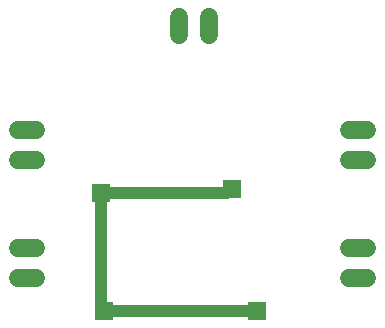
<source format=gbr>
G04 EAGLE Gerber RS-274X export*
G75*
%MOMM*%
%FSLAX34Y34*%
%LPD*%
%INTop Copper*%
%IPPOS*%
%AMOC8*
5,1,8,0,0,1.08239X$1,22.5*%
G01*
%ADD10C,1.524000*%
%ADD11R,1.500000X1.500000*%
%ADD12C,1.016000*%


D10*
X56323Y245227D02*
X71563Y245227D01*
X71563Y219827D02*
X56323Y219827D01*
X56218Y145250D02*
X71458Y145250D01*
X71458Y119850D02*
X56218Y119850D01*
X336227Y245219D02*
X351467Y245219D01*
X351467Y219819D02*
X336227Y219819D01*
X336305Y145252D02*
X351545Y145252D01*
X351545Y119852D02*
X336305Y119852D01*
X192300Y325670D02*
X192300Y340910D01*
X217700Y340910D02*
X217700Y325670D01*
D11*
X126532Y191267D03*
X128830Y91618D03*
X237226Y195371D03*
X258315Y91484D03*
D12*
X233122Y191267D02*
X126532Y191267D01*
X233122Y191267D02*
X237226Y195371D01*
X126532Y191267D02*
X126532Y93916D01*
X128830Y91618D01*
X258181Y91618D01*
X258315Y91484D01*
M02*

</source>
